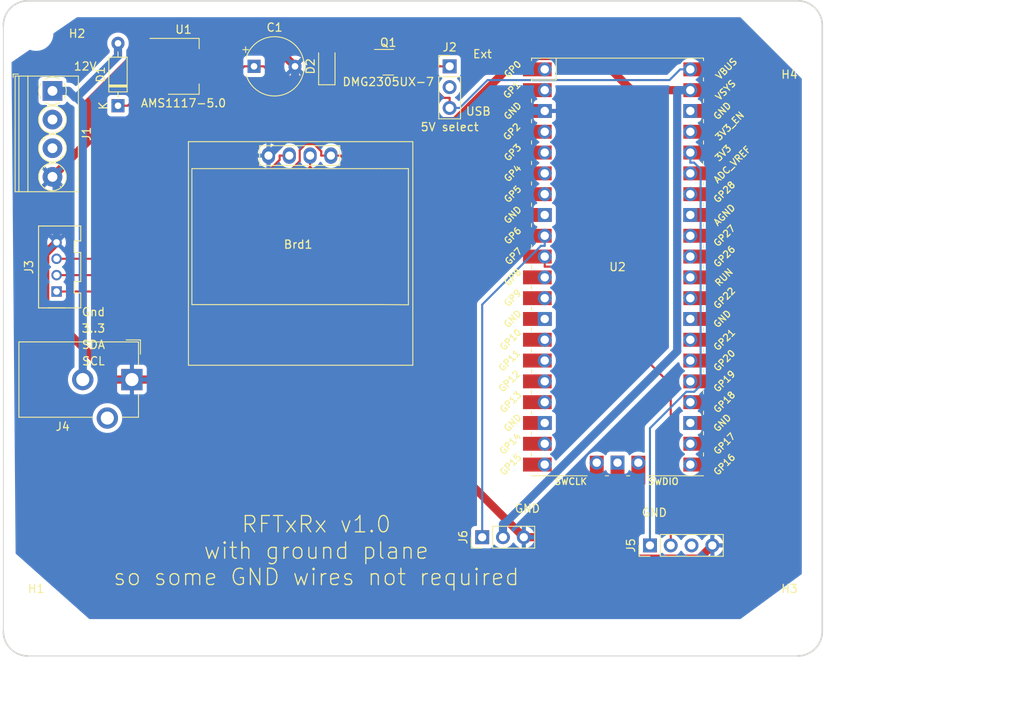
<source format=kicad_pcb>
(kicad_pcb (version 20211014) (generator pcbnew)
  (layers (0 "F.Cu" signal) (31 "B.Cu" signal) (34 "B.Paste" user) (35 "F.Paste" user) (36 "B.SilkS" user "B.Silkscreen") (37 "F.SilkS" user "F.Silkscreen") (38 "B.Mask" user) (39 "F.Mask" user) (44 "Edge.Cuts" user))
  (net 0 "")
  (net 1 "/5V")
  (net 4 "/12V")
  (net 5 "/5Vopt")
  (net 6 "/VBUS")
  (net 7 "/VSYS")
  (net 8 "Net-(J5-Pad2)")
  (net 10 "Net-(J6-Pad1)")
  (net 13 "/+12V")
  (net 45 "/3V3")
  (net 46 "/SDA")
  (net 47 "/SCL")
  (net 48 "Net-(J5-Pad1)")
  (net 49 "GND")
  (footprint "MountingHole:MountingHole_3.2mm_M3" (layer "F.Cu") (at 196 96)
    (fp_text reference "H3" (at 0 -4.2) (layer "F.SilkS"))
    (fp_text value "MountingHole" hide)
    (pad "" np_thru_hole circle (at 0 0) (size 3.2 3.2) (drill 3.2) (layers *.Cu *.Mask))
  )
  (footprint "Package_TO_SOT_SMD:SOT-23" (layer "F.Cu") (at 147 27.5)
    (fp_text reference "Q1" (at 0 -2.4) (layer "F.SilkS"))
    (fp_text value "DMG2305UX-7" (at 0 2.4) (layer "F.SilkS"))
    (fp_line (start 0 -1.56) (end 0.65 -1.56) (layer "F.SilkS") (width 0.12))
    (fp_line (start 0 -1.56) (end -1.675 -1.56) (layer "F.SilkS") (width 0.12))
    (fp_line (start 0 1.56) (end -0.65 1.56) (layer "F.SilkS") (width 0.12))
    (fp_line (start 0 1.56) (end 0.65 1.56) (layer "F.SilkS") (width 0.12))
    (pad "1" smd roundrect (at -0.9375 -0.95) (size 1.475 0.6) (layers "F.Cu" "F.Paste" "F.Mask") (net 6 "/VBUS"))
    (pad "2" smd roundrect (at -0.9375 0.95) (size 1.475 0.6) (layers "F.Cu" "F.Paste" "F.Mask") (net 7 "/VSYS"))
    (pad "3" smd roundrect (at 0.9375 0) (size 1.475 0.6) (layers "F.Cu" "F.Paste" "F.Mask") (net 1 "/5V"))
  )
  (footprint "Connector_PinHeader_2.54mm:PinHeader_1x04_P2.54mm_Vertical" (layer "F.Cu") (at 178.96 86.5 90)
    (fp_text reference "J5" (at 0 -2.33 90) (layer "F.SilkS"))
    (fp_text value "Receiver")
    (fp_line (start -1.33 0) (end -1.33 -1.33) (layer "F.SilkS") (width 0.12))
    (fp_line (start 1.33 1.27) (end 1.33 8.95) (layer "F.SilkS") (width 0.12))
    (fp_line (start -1.33 1.27) (end -1.33 8.95) (layer "F.SilkS") (width 0.12))
    (fp_line (start -1.33 -1.33) (end 0 -1.33) (layer "F.SilkS") (width 0.12))
    (fp_line (start -1.33 8.95) (end 1.33 8.95) (layer "F.SilkS") (width 0.12))
    (fp_line (start -1.33 1.27) (end 1.33 1.27) (layer "F.SilkS") (width 0.12))
    (pad "1" thru_hole rect (at 0 0 90) (size 1.7 1.7) (drill 1) (layers *.Cu *.Mask) (net 48 "Net-(J5-Pad1)"))
    (pad "2" thru_hole oval (at 0 2.54 90) (size 1.7 1.7) (drill 1) (layers *.Cu *.Mask) (net 8 "Net-(J5-Pad2)"))
    (pad "3" thru_hole oval (at 0 5.08 90) (size 1.7 1.7) (drill 1) (layers *.Cu *.Mask))
    (pad "4" thru_hole oval (at 0 7.62 90) (size 1.7 1.7) (drill 1) (layers *.Cu *.Mask) (net 49 "GND"))
  )
  (footprint "SSD1306:128x64OLED" (layer "F.Cu") (at 136 49.5)
    (fp_text reference "Brd1" (at 0 0.254) (layer "F.SilkS"))
    (fp_text value "SSD1306")
    (fp_line (start 5.08 -11.811) (end 5.08 -9.398) (layer "F.SilkS") (width 0.12))
    (fp_line (start -12.978 -9.005) (end 10.122 -9.005) (layer "F.SilkS") (width 0.12))
    (fp_line (start 13.462 7.62) (end 13.462 -9.017) (layer "F.SilkS") (width 0.12))
    (fp_line (start -4.699 -11.811) (end 5.08 -11.811) (layer "F.SilkS") (width 0.12))
    (fp_line (start -12.978 7.595) (end -12.978 -9.005) (layer "F.SilkS") (width 0.12))
    (fp_line (start 13.462 -9.017) (end 13.208 -9.005) (layer "F.SilkS") (width 0.12))
    (fp_line (start 10.122 7.595) (end -12.978 7.595) (layer "F.SilkS") (width 0.12))
    (fp_line (start -4.699 -11.811) (end -4.699 -9.398) (layer "F.SilkS") (width 0.12))
    (fp_line (start -13.4 -12.3) (end 14 -12.3) (layer "F.SilkS") (width 0.12))
    (fp_line (start 10.122 7.595) (end 13.462 7.62) (layer "F.SilkS") (width 0.12))
    (fp_line (start 14 15) (end -13.4 15) (layer "F.SilkS") (width 0.12))
    (fp_line (start 10.122 -9.005) (end 13.208 -9.005) (layer "F.SilkS") (width 0.12))
    (fp_line (start 5.08 -9.398) (end -4.699 -9.398) (layer "F.SilkS") (width 0.12))
    (fp_line (start -13.4 15) (end -13.4 -12.3) (layer "F.SilkS") (width 0.12))
    (fp_line (start 14 -12.3) (end 14 15) (layer "F.SilkS") (width 0.12))
    (pad "1" thru_hole oval (at -3.62 -10.6 90) (size 2 1.6) (drill 1) (layers *.Cu *.Mask) (net 49 "GND"))
    (pad "2" thru_hole oval (at -1.08 -10.6 90) (size 2 1.6) (drill 1) (layers *.Cu *.Mask) (net 45 "/3V3"))
    (pad "3" thru_hole oval (at 1.46 -10.6 90) (size 2 1.6) (drill 1) (layers *.Cu *.Mask) (net 47 "/SCL"))
    (pad "4" thru_hole oval (at 4 -10.6 90) (size 2 1.6) (drill 1) (layers *.Cu *.Mask) (net 46 "/SDA"))
  )
  (footprint "Connector_PinHeader_2.54mm:PinHeader_1x03_P2.54mm_Vertical" (layer "F.Cu") (at 158.475 85.5 90)
    (fp_text reference "J6" (at 0 -2.33 90) (layer "F.SilkS"))
    (fp_text value "Transmitter")
    (fp_line (start 1.33 1.27) (end 1.33 6.41) (layer "F.SilkS") (width 0.12))
    (fp_line (start -1.33 0) (end -1.33 -1.33) (layer "F.SilkS") (width 0.12))
    (fp_line (start -1.33 1.27) (end -1.33 6.41) (layer "F.SilkS") (width 0.12))
    (fp_line (start -1.33 6.41) (end 1.33 6.41) (layer "F.SilkS") (width 0.12))
    (fp_line (start -1.33 1.27) (end 1.33 1.27) (layer "F.SilkS") (width 0.12))
    (fp_line (start -1.33 -1.33) (end 0 -1.33) (layer "F.SilkS") (width 0.12))
    (pad "1" thru_hole rect (at 0 0 90) (size 1.7 1.7) (drill 1) (layers *.Cu *.Mask) (net 10 "Net-(J6-Pad1)"))
    (pad "2" thru_hole oval (at 0 2.54 90) (size 1.7 1.7) (drill 1) (layers *.Cu *.Mask) (net 7 "/VSYS"))
    (pad "3" thru_hole oval (at 0 5.08 90) (size 1.7 1.7) (drill 1) (layers *.Cu *.Mask) (net 49 "GND"))
  )
  (footprint "Diode_THT:D_DO-35_SOD27_P7.62mm_Horizontal" (layer "F.Cu") (at 114 32.81 90)
    (fp_text reference "D1" (at 3.81 -2.12 90) (layer "F.SilkS"))
    (fp_text value "1N4148")
    (fp_text user "K" (at 0 -1.8 90) (layer "F.SilkS"))
    (fp_line (start 5.93 1.12) (end 5.93 -1.12) (layer "F.SilkS") (width 0.12))
    (fp_line (start 5.93 -1.12) (end 1.69 -1.12) (layer "F.SilkS") (width 0.12))
    (fp_line (start 1.69 -1.12) (end 1.69 1.12) (layer "F.SilkS") (width 0.12))
    (fp_line (start 2.29 -1.12) (end 2.29 1.12) (layer "F.SilkS") (width 0.12))
    (fp_line (start 2.53 -1.12) (end 2.53 1.12) (layer "F.SilkS") (width 0.12))
    (fp_line (start 1.69 1.12) (end 5.93 1.12) (layer "F.SilkS") (width 0.12))
    (fp_line (start 1.04 0) (end 1.69 0) (layer "F.SilkS") (width 0.12))
    (fp_line (start 2.41 -1.12) (end 2.41 1.12) (layer "F.SilkS") (width 0.12))
    (fp_line (start 6.58 0) (end 5.93 0) (layer "F.SilkS") (width 0.12))
    (pad "1" thru_hole rect (at 0 0 90) (size 1.6 1.6) (drill 0.8) (layers *.Cu *.Mask) (net 4 "/12V"))
    (pad "2" thru_hole oval (at 7.62 0 90) (size 1.6 1.6) (drill 0.8) (layers *.Cu *.Mask) (net 13 "/+12V"))
  )
  (footprint "OPL_Connector:HW4-2.0" (layer "F.Cu") (at 106.5 52.4982 90)
    (fp_text reference "J3" (at -0.025 -3.375 90) (layer "F.SilkS"))
    (fp_text value "Grove 2mm")
    (fp_line (start -4.99872 -2.19964) (end -4.99872 2.95) (layer "F.SilkS") (width 0.127))
    (fp_line (start -4.99872 -2.19964) (end 4.99872 -2.19964) (layer "F.SilkS") (width 0.127))
    (fp_line (start -3.175 2.95) (end -3.175 2.159) (layer "F.SilkS") (width 0.127))
    (fp_line (start 1.775 2.95) (end 1.775 2.159) (layer "F.SilkS") (width 0.127))
    (fp_line (start 5 2.95) (end 5 -2.19964) (layer "F.SilkS") (width 0.127))
    (fp_line (start -5.00086 2.95) (end -3.2 2.95) (layer "F.SilkS") (width 0.127))
    (fp_line (start 1.778 2.159) (end 3.175 2.159) (layer "F.SilkS") (width 0.127))
    (fp_line (start -1.781 2.95) (end 1.775 2.95) (layer "F.SilkS") (width 0.127))
    (fp_line (start 3.175 2.159) (end 3.175 2.95) (layer "F.SilkS") (width 0.127))
    (fp_line (start -1.778 2.159) (end -1.778 2.95) (layer "F.SilkS") (width 0.127))
    (fp_line (start 3.175 2.95) (end 5 2.95) (layer "F.SilkS") (width 0.127))
    (fp_line (start -4.99872 -0.99822) (end -4.99872 0.99822) (layer "F.SilkS") (width 0.127))
    (fp_line (start -3.175 2.159) (end -1.778 2.159) (layer "F.SilkS") (width 0.127))
    (pad "1" thru_hole rect locked (at -2.99974 0 90) (size 1.27 1.27) (drill 0.79756) (layers *.Cu *.Mask) (net 47 "/SCL"))
    (pad "2" thru_hole circle locked (at -0.99822 0 90) (size 1.27 1.27) (drill 0.79756) (layers *.Cu *.Mask) (net 46 "/SDA"))
    (pad "3" thru_hole circle locked (at 0.99822 0 90) (size 1.27 1.27) (drill 0.79756) (layers *.Cu *.Mask) (net 45 "/3V3"))
    (pad "4" thru_hole circle locked (at 2.99974 0 90) (size 1.27 1.27) (drill 0.79756) (layers *.Cu *.Mask) (net 49 "GND"))
  )
  (footprint "MountingHole:MountingHole_3.2mm_M3" (layer "F.Cu") (at 104 96)
    (fp_text reference "H1" (at 0 -4.2) (layer "F.SilkS"))
    (fp_text value "MountingHole" hide)
    (pad "" np_thru_hole circle (at 0 0) (size 3.2 3.2) (drill 3.2) (layers *.Cu *.Mask))
  )
  (footprint "MountingHole:MountingHole_3.2mm_M3" (layer "F.Cu") (at 196 24)
    (fp_text reference "H4" (at 0 5) (layer "F.SilkS"))
    (fp_text value "MountingHole" hide)
    (pad "" np_thru_hole circle (at 0 0) (size 3.2 3.2) (drill 3.2) (layers *.Cu *.Mask))
  )
  (footprint "MCU_RaspberryPi_and_Boards:RP2040Pico" (layer "F.Cu") (at 175 52.5)
    (fp_text reference "U2" (at 0 0) (layer "F.SilkS"))
    (fp_text value "Pico")
    (fp_text user "GND" (at -12.8 19.05 45) (layer "F.SilkS") (effects (font (size 0.8 0.8))))
    (fp_text user "GND" (at 12.8 -19.05 45) (layer "F.SilkS") (effects (font (size 0.8 0.8))))
    (fp_text user "VSYS" (at 13.2 -21.59 45) (layer "F.SilkS") (effects (font (size 0.8 0.8))))
    (fp_text user "GND" (at 12.8 19.05 45) (layer "F.SilkS") (effects (font (size 0.8 0.8))))
    (fp_text user "GP18" (at 13.054 16.51 45) (layer "F.SilkS") (effects (font (size 0.8 0.8))))
    (fp_text user "GP19" (at 13.054 13.97 45) (layer "F.SilkS") (effects (font (size 0.8 0.8))))
    (fp_text user "GP5" (at -12.8 -8.89 45) (layer "F.SilkS") (effects (font (size 0.8 0.8))))
    (fp_text user "GP20" (at 13.054 11.43 45) (layer "F.SilkS") (effects (font (size 0.8 0.8))))
    (fp_text user "AGND" (at 13.054 -6.35 45) (layer "F.SilkS") (effects (font (size 0.8 0.8))))
    (fp_text user "GP1" (at -12.9 -21.6 45) (layer "F.SilkS") (effects (font (size 0.8 0.8))))
    (fp_text user "GP14" (at -13.1 21.59 45) (layer "F.SilkS") (effects (font (size 0.8 0.8))))
    (fp_text user "GP15" (at -13.054 24.13 45) (layer "F.SilkS") (effects (font (size 0.8 0.8))))
    (fp_text user "RUN" (at 13 1.27 45) (layer "F.SilkS") (effects (font (size 0.8 0.8))))
    (fp_text user "ADC_VREF" (at 14 -12.5 45) (layer "F.SilkS") (effects (font (size 0.8 0.8))))
    (fp_text user "GP28" (at 13.054 -9.144 45) (layer "F.SilkS") (effects (font (size 0.8 0.8))))
    (fp_text user "SWDIO" (at 5.6 26.2) (layer "F.SilkS") (effects (font (size 0.8 0.8))))
    (fp_text user "GP12" (at -13.2 13.97 45) (layer "F.SilkS") (effects (font (size 0.8 0.8))))
    (fp_text user "GP7" (at -12.7 -1.3 45) (layer "F.SilkS") (effects (font (size 0.8 0.8))))
    (fp_text user "GND" (at 12.8 6.35 45) (layer "F.SilkS") (effects (font (size 0.8 0.8))))
    (fp_text user "GND" (at -12.8 6.35 45) (layer "F.SilkS") (effects (font (size 0.8 0.8))))
    (fp_text user "GND" (at -12.8 -6.35 45) (layer "F.SilkS") (effects (font (size 0.8 0.8))))
    (fp_text user "GP26" (at 13.054 -1.27 45) (layer "F.SilkS") (effects (font (size 0.8 0.8))))
    (fp_text user "SWCLK" (at -5.7 26.2) (layer "F.SilkS") (effects (font (size 0.8 0.8))))
    (fp_text user "GP27" (at 13.054 -3.8 45) (layer "F.SilkS") (effects (font (size 0.8 0.8))))
    (fp_text user "GP4" (at -12.8 -11.43 45) (layer "F.SilkS") (effects (font (size 0.8 0.8))))
    (fp_text user "GP16" (at 13.054 24.13 45) (layer "F.SilkS") (effects (font (size 0.8 0.8))))
    (fp_text user "GP11" (at -13.2 11.43 45) (layer "F.SilkS") (effects (font (size 0.8 0.8))))
    (fp_text user "GND" (at -12.8 -19.05 45) (layer "F.SilkS") (effects (font (size 0.8 0.8))))
    (fp_text user "3V3_EN" (at 13.7 -17.2 45) (layer "F.SilkS") (effects (font (size 0.8 0.8))))
    (fp_text user "GP13" (at -13.054 16.51 45) (layer "F.SilkS") (effects (font (size 0.8 0.8))))
    (fp_text user "GP22" (at 13.054 3.81 45) (layer "F.SilkS") (effects (font (size 0.8 0.8))))
    (fp_text user "GP2" (at -12.9 -16.51 45) (layer "F.SilkS") (effects (font (size 0.8 0.8))))
    (fp_text user "GP6" (at -12.8 -3.81 45) (layer "F.SilkS") (effects (font (size 0.8 0.8))))
    (fp_text user "GP8" (at -12.8 1.27 45) (layer "F.SilkS") (effects (font (size 0.8 0.8))))
    (fp_text user "GP9" (at -12.8 3.81 45) (layer "F.SilkS") (effects (font (size 0.8 0.8))))
    (fp_text user "GP10" (at -13.054 8.89 45) (layer "F.SilkS") (effects (font (size 0.8 0.8))))
    (fp_text user "VBUS" (at 13.3 -24.2 45) (layer "F.SilkS") (effects (font (size 0.8 0.8))))
    (fp_text user "3V3" (at 12.9 -13.9 45) (layer "F.SilkS") (effects (font (size 0.8 0.8))))
    (fp_text user "GP21" (at 13.054 8.9 45) (layer "F.SilkS") (effects (font (size 0.8 0.8))))
    (fp_text user "GP0" (at -12.8 -24.13 45) (layer "F.SilkS") (effects (font (size 0.8 0.8))))
    (fp_text user "GP3" (at -12.8 -13.97 45) (layer "F.SilkS") (effects (font (size 0.8 0.8))))
    (fp_text user "GP17" (at 13.054 21.59 45) (layer "F.SilkS") (effects (font (size 0.8 0.8))))
    (fp_line (start -10.5 -25.5) (end -10.5 -25.2) (layer "F.SilkS") (width 0.12))
    (fp_line (start 1.1 25.5) (end 1.5 25.5) (layer "F.SilkS") (width 0.12))
    (fp_line (start -10.5 -12.9) (end -10.5 -12.5) (layer "F.SilkS") (width 0.12))
    (fp_line (start -10.5 -15.4) (end -10.5 -15) (layer "F.SilkS") (width 0.12))
    (fp_line (start -10.5 2.3) (end -10.5 2.7) (layer "F.SilkS") (width 0.12))
    (fp_line (start 10.5 -5.3) (end 10.5 -4.9) (layer "F.SilkS") (width 0.12))
    (fp_line (start 10.5 25.5) (end 3.7 25.5) (layer "F.SilkS") (width 0.12))
    (fp_line (start -10.5 -7.8) (end -10.5 -7.4) (layer "F.SilkS") (width 0.12))
    (fp_line (start 10.5 10) (end 10.5 10.4) (layer "F.SilkS") (width 0.12))
    (fp_line (start 10.5 -18) (end 10.5 -17.6) (layer "F.SilkS") (width 0.12))
    (fp_line (start 10.5 15.1) (end 10.5 15.5) (layer "F.SilkS") (width 0.12))
    (fp_line (start 10.5 4.9) (end 10.5 5.3) (layer "F.SilkS") (width 0.12))
    (fp_line (start -10.5 -25.5) (end 10.5 -25.5) (layer "F.SilkS") (width 0.12))
    (fp_line (start -10.5 7.4) (end -10.5 7.8) (layer "F.SilkS") (width 0.12))
    (fp_line (start 10.5 22.7) (end 10.5 23.1) (layer "F.SilkS") (width 0.12))
    (fp_line (start -10.5 -20.5) (end -10.5 -20.1) (layer "F.SilkS") (width 0.12))
    (fp_line (start -10.5 17.6) (end -10.5 18) (layer "F.SilkS") (width 0.12))
    (fp_line (start 10.5 -2.7) (end 10.5 -2.3) (layer "F.SilkS") (width 0.12))
    (fp_line (start -10.5 -18) (end -10.5 -17.6) (layer "F.SilkS") (width 0.12))
    (fp_line (start 10.5 -0.2) (end 10.5 0.2) (layer "F.SilkS") (width 0.12))
    (fp_line (start 10.5 12.5) (end 10.5 12.9) (layer "F.SilkS") (width 0.12))
    (fp_line (start -1.5 25.5) (end -1.1 25.5) (layer "F.SilkS") (width 0.12))
    (fp_line (start 10.5 7.4) (end 10.5 7.8) (layer "F.SilkS") (width 0.12))
    (fp_line (start 10.5 2.3) (end 10.5 2.7) (layer "F.SilkS") (width 0.12))
    (fp_line (start -7.493 -22.833) (end -7.493 -25.5) (layer "F.SilkS") (width 0.12))
    (fp_line (start 10.5 -25.5) (end 10.5 -25.2) (layer "F.SilkS") (width 0.12))
    (fp_line (start -10.5 22.7) (end -10.5 23.1) (layer "F.SilkS") (width 0.12))
    (fp_line (start 10.5 -20.5) (end 10.5 -20.1) (layer "F.SilkS") (width 0.12))
    (fp_line (start -10.5 -5.3) (end -10.5 -4.9) (layer "F.SilkS") (width 0.12))
    (fp_line (start -10.5 -2.7) (end -10.5 -2.3) (layer "F.SilkS") (width 0.12))
    (fp_line (start -10.5 12.5) (end -10.5 12.9) (layer "F.SilkS") (width 0.12))
    (fp_line (start -10.5 15.1) (end -10.5 15.5) (layer "F.SilkS") (width 0.12))
    (fp_line (start 10.5 17.6) (end 10.5 18) (layer "F.SilkS") (width 0.12))
    (fp_line (start 10.5 -15.4) (end 10.5 -15) (layer "F.SilkS") (width 0.12))
    (fp_line (start -10.5 10) (end -10.5 10.4) (layer "F.SilkS") (width 0.12))
    (fp_line (start 10.5 -23.1) (end 10.5 -22.7) (layer "F.SilkS") (width 0.12))
    (fp_line (start 10.5 -10.4) (end 10.5 -10) (layer "F.SilkS") (width 0.12))
    (fp_line (start -10.5 -23.1) (end -10.5 -22.7) (layer "F.SilkS") (width 0.12))
    (fp_line (start -10.5 -10.4) (end -10.5 -10) (layer "F.SilkS") (width 0.12))
    (fp_line (start -10.5 20.1) (end -10.5 20.5) (layer "F.SilkS") (width 0.12))
    (fp_line (start -10.5 4.9) (end -10.5 5.3) (layer "F.SilkS") (width 0.12))
    (fp_line (start 10.5 -7.8) (end 10.5 -7.4) (layer "F.SilkS") (width 0.12))
    (fp_line (start -10.5 -0.2) (end -10.5 0.2) (layer "F.SilkS") (width 0.12))
    (fp_line (start 10.5 -12.9) (end 10.5 -12.5) (layer "F.SilkS") (width 0.12))
    (fp_line (start -3.7 25.5) (end -10.5 25.5) (layer "F.SilkS") (width 0.12))
    (fp_line (start -10.5 -22.833) (end -7.493 -22.833) (layer "F.SilkS") (width 0.12))
    (fp_line (start 10.5 20.1) (end 10.5 20.5) (layer "F.SilkS") (width 0.12))
    (pad "1" thru_hole oval (at -8.89 -24.13) (size 1.7 1.7) (drill 1.02) (layers *.Cu *.Mask))
    (pad "1" smd rect (at -8.89 -24.13) (size 3.5 1.7) (drill (offset -0.9 0)) (layers "F.Cu" "F.Mask"))
    (pad "2" thru_hole oval (at -8.89 -21.59) (size 1.7 1.7) (drill 1.02) (layers *.Cu *.Mask))
    (pad "2" smd rect (at -8.89 -21.59) (size 3.5 1.7) (drill (offset -0.9 0)) (layers "F.Cu" "F.Mask"))
    (pad "3" smd rect (at -8.89 -19.05) (size 3.5 1.7) (drill (offset -0.9 0)) (layers "F.Cu" "F.Mask") (net 49 "GND"))
    (pad "3" thru_hole rect (at -8.89 -19.05) (size 1.7 1.7) (drill 1.02) (layers *.Cu *.Mask) (net 49 "GND"))
    (pad "4" smd rect (at -8.89 -16.51) (size 3.5 1.7) (drill (offset -0.9 0)) (layers "F.Cu" "F.Mask"))
    (pad "4" thru_hole oval (at -8.89 -16.51) (size 1.7 1.7) (drill 1.02) (layers *.Cu *.Mask))
    (pad "5" smd rect (at -8.89 -13.97) (size 3.5 1.7) (drill (offset -0.9 0)) (layers "F.Cu" "F.Mask"))
    (pad "5" thru_hole oval (at -8.89 -13.97) (size 1.7 1.7) (drill 1.02) (layers *.Cu *.Mask))
    (pad "6" smd rect (at -8.89 -11.43) (size 3.5 1.7) (drill (offset -0.9 0)) (layers "F.Cu" "F.Mask") (net 46 "/SDA"))
    (pad "6" thru_hole oval (at -8.89 -11.43) (size 1.7 1.7) (drill 1.02) (layers *.Cu *.Mask) (net 46 "/SDA"))
    (pad "7" thru_hole oval (at -8.89 -8.89) (size 1.7 1.7) (drill 1.02) (layers *.Cu *.Mask) (net 47 "/SCL"))
    (pad "7" smd rect (at -8.89 -8.89) (size 3.5 1.7) (drill (offset -0.9 0)) (layers "F.Cu" "F.Mask") (net 47 "/SCL"))
    (pad "8" smd rect (at -8.89 -6.35) (size 3.5 1.7) (drill (offset -0.9 0)) (layers "F.Cu" "F.Mask"))
    (pad "8" thru_hole rect (at -8.89 -6.35) (size 1.7 1.7) (drill 1.02) (layers *.Cu *.Mask))
    (pad "9" smd rect (at -8.89 -3.81) (size 3.5 1.7) (drill (offset -0.9 0)) (layers "F.Cu" "F.Mask") (net 10 "Net-(J6-Pad1)"))
    (pad "9" thru_hole oval (at -8.89 -3.81) (size 1.7 1.7) (drill 1.02) (layers *.Cu *.Mask) (net 10 "Net-(J6-Pad1)"))
    (pad "10" smd rect (at -8.89 -1.27) (size 3.5 1.7) (drill (offset -0.9 0)) (layers "F.Cu" "F.Mask") (net 8 "Net-(J5-Pad2)"))
    (pad "10" thru_hole oval (at -8.89 -1.27) (size 1.7 1.7) (drill 1.02) (layers *.Cu *.Mask) (net 8 "Net-(J5-Pad2)"))
    (pad "11" smd rect (at -8.89 1.27) (size 3.5 1.7) (drill (offset -0.9 0)) (layers "F.Cu" "F.Mask"))
    (pad "11" thru_hole oval (at -8.89 1.27) (size 1.7 1.7) (drill 1.02) (layers *.Cu *.Mask))
    (pad "12" thru_hole oval (at -8.89 3.81) (size 1.7 1.7) (drill 1.02) (layers *.Cu *.Mask))
    (pad "12" smd rect (at -8.89 3.81) (size 3.5 1.7) (drill (offset -0.9 0)) (layers "F.Cu" "F.Mask"))
    (pad "13" smd rect (at -8.89 6.35) (size 3.5 1.7) (drill (offset -0.9 0)) (layers "F.Cu" "F.Mask"))
    (pad "13" thru_hole rect (at -8.89 6.35) (size 1.7 1.7) (drill 1.02) (layers *.Cu *.Mask))
    (pad "14" thru_hole oval (at -8.89 8.89) (size 1.7 1.7) (drill 1.02) (layers *.Cu *.Mask))
    (pad "14" smd rect (at -8.89 8.89) (size 3.5 1.7) (drill (offset -0.9 0)) (layers "F.Cu" "F.Mask"))
    (pad "15" thru_hole oval (at -8.89 11.43) (size 1.7 1.7) (drill 1.02) (layers *.Cu *.Mask))
    (pad "15" smd rect (at -8.89 11.43) (size 3.5 1.7) (drill (offset -0.9 0)) (layers "F.Cu" "F.Mask"))
    (pad "16" thru_hole oval (at -8.89 13.97) (size 1.7 1.7) (drill 1.02) (layers *.Cu *.Mask))
    (pad "16" smd rect (at -8.89 13.97) (size 3.5 1.7) (drill (offset -0.9 0)) (layers "F.Cu" "F.Mask"))
    (pad "17" smd rect (at -8.89 16.51) (size 3.5 1.7) (drill (offset -0.9 0)) (layers "F.Cu" "F.Mask"))
    (pad "17" thru_hole oval (at -8.89 16.51) (size 1.7 1.7) (drill 1.02) (layers *.Cu *.Mask))
    (pad "18" smd rect (at -8.89 19.05) (size 3.5 1.7) (drill (offset -0.9 0)) (layers "F.Cu" "F.Mask"))
    (pad "18" thru_hole rect (at -8.89 19.05) (size 1.7 1.7) (drill 1.02) (layers *.Cu *.Mask))
    (pad "19" thru_hole oval (at -8.89 21.59) (size 1.7 1.7) (drill 1.02) (layers *.Cu *.Mask))
    (pad "19" smd rect (at -8.89 21.59) (size 3.5 1.7) (drill (offset -0.9 0)) (layers "F.Cu" "F.Mask"))
    (pad "20" smd rect (at -8.89 24.13) (size 3.5 1.7) (drill (offset -0.9 0)) (layers "F.Cu" "F.Mask"))
    (pad "20" thru_hole oval (at -8.89 24.13) (size 1.7 1.7) (drill 1.02) (layers *.Cu *.Mask))
    (pad "21" smd rect (at 8.89 24.13) (size 3.5 1.7) (drill (offset 0.9 0)) (layers "F.Cu" "F.Mask"))
    (pad "21" thru_hole oval (at 8.89 24.13) (size 1.7 1.7) (drill 1.02) (layers *.Cu *.Mask))
    (pad "22" thru_hole oval (at 8.89 21.59) (size 1.7 1.7) (drill 1.02) (layers *.Cu *.Mask))
    (pad "22" smd rect (at 8.89 21.59) (size 3.5 1.7) (drill (offset 0.9 0)) (layers "F.Cu" "F.Mask"))
    (pad "23" smd rect (at 8.89 19.05) (size 3.5 1.7) (drill (offset 0.9 0)) (layers "F.Cu" "F.Mask"))
    (pad "23" thru_hole rect (at 8.89 19.05) (size 1.7 1.7) (drill 1.02) (layers *.Cu *.Mask))
    (pad "24" smd rect (at 8.89 16.51) (size 3.5 1.7) (drill (offset 0.9 0)) (layers "F.Cu" "F.Mask"))
    (pad "24" thru_hole oval (at 8.89 16.51) (size 1.7 1.7) (drill 1.02) (layers *.Cu *.Mask))
    (pad "25" smd rect (at 8.89 13.97) (size 3.5 1.7) (drill (offset 0.9 0)) (layers "F.Cu" "F.Mask"))
    (pad "25" thru_hole oval (at 8.89 13.97) (size 1.7 1.7) (drill 1.02) (layers *.Cu *.Mask))
    (pad "26" smd rect (at 8.89 11.43) (size 3.5 1.7) (drill (offset 0.9 0)) (layers "F.Cu" "F.Mask"))
    (pad "26" thru_hole oval (at 8.89 11.43) (size 1.7 1.7) (drill 1.02) (layers *.Cu *.Mask))
    (pad "27" smd rect (at 8.89 8.89) (size 3.5 1.7) (drill (offset 0.9 0)) (layers "F.Cu" "F.Mask"))
    (pad "27" thru_hole oval (at 8.89 8.89) (size 1.7 1.7) (drill 1.02) (layers *.Cu *.Mask))
    (pad "28" thru_hole rect (at 8.89 6.35) (size 1.7 1.7) (drill 1.02) (layers *.Cu *.Mask))
    (pad "28" smd rect (at 8.89 6.35) (size 3.5 1.7) (drill (offset 0.9 0)) (layers "F.Cu" "F.Mask"))
    (pad "29" smd rect (at 8.89 3.81) (size 3.5 1.7) (drill (offset 0.9 0)) (layers "F.Cu" "F.Mask"))
    (pad "29" thru_hole oval (at 8.89 3.81) (size 1.7 1.7) (drill 1.02) (layers *.Cu *.Mask))
    (pad "30" thru_hole oval (at 8.89 1.27) (size 1.7 1.7) (drill 1.02) (layers *.Cu *.Mask))
    (pad "30" smd rect (at 8.89 1.27) (size 3.5 1.7) (drill (offset 0.9 0)) (layers "F.Cu" "F.Mask"))
    (pad "31" smd rect (at 8.89 -1.27) (size 3.5 1.7) (drill (offset 0.9 0)) (layers "F.Cu" "F.Mask"))
    (pad "31" thru_hole oval (at 8.89 -1.27) (size 1.7 1.7) (drill 1.02) (layers *.Cu *.Mask))
    (pad "32" smd rect (at 8.89 -3.81) (size 3.5 1.7) (drill (offset 0.9 0)) (layers "F.Cu" "F.Mask"))
    (pad "32" thru_hole oval (at 8.89 -3.81) (size 1.7 1.7) (drill 1.02) (layers *.Cu *.Mask))
    (pad "33" thru_hole rect (at 8.89 -6.35) (size 1.7 1.7) (drill 1.02) (layers *.Cu *.Mask))
    (pad "33" smd rect (at 8.89 -6.35) (size 3.5 1.7) (drill (offset 0.9 0)) (layers "F.Cu" "F.Mask"))
    (pad "34" smd rect (at 8.89 -8.89) (size 3.5 1.7) (drill (offset 0.9 0)) (layers "F.Cu" "F.Mask"))
    (pad "34" thru_hole oval (at 8.89 -8.89) (size 1.7 1.7) (drill 1.02) (layers *.Cu *.Mask))
    (pad "35" thru_hole oval (at 8.89 -11.43) (size 1.7 1.7) (drill 1.02) (layers *.Cu *.Mask))
    (pad "35" smd rect (at 8.89 -11.43) (size 3.5 1.7) (drill (offset 0.9 0)) (layers "F.Cu" "F.Mask"))
    (pad "36" thru_hole oval (at 8.89 -13.97) (size 1.7 1.7) (drill 1.02) (layers *.Cu *.Mask) (net 48 "Net-(J5-Pad1)"))
    (pad "36" smd rect (at 8.89 -13.97) (size 3.5 1.7) (drill (offset 0.9 0)) (layers "F.Cu" "F.Mask") (net 48 "Net-(J5-Pad1)"))
    (pad "37" thru_hole oval (at 8.89 -16.51) (size 1.7 1.7) (drill 1.02) (layers *.Cu *.Mask))
    (pad "37" smd rect (at 8.89 -16.51) (size 3.5 1.7) (drill (offset 0.9 0)) (layers "F.Cu" "F.Mask"))
    (pad "38" thru_hole rect (at 8.89 -19.05) (size 1.7 1.7) (drill 1.02) (layers *.Cu *.Mask))
    (pad "38" smd rect (at 8.89 -19.05) (size 3.5 1.7) (drill (offset 0.9 0)) (layers "F.Cu" "F.Mask"))
    (pad "39" smd rect (at 8.89 -21.59) (size 3.5 1.7) (drill (offset 0.9 0)) (layers "F.Cu" "F.Mask") (net 7 "/VSYS"))
    (pad "39" thru_hole oval (at 8.89 -21.59) (size 1.7 1.7) (drill 1.02) (layers *.Cu *.Mask) (net 7 "/VSYS"))
    (pad "40" smd rect (at 8.89 -24.13) (size 3.5 1.7) (drill (offset 0.9 0)) (layers "F.Cu" "F.Mask") (net 6 "/VBUS"))
    (pad "40" thru_hole oval (at 8.89 -24.13) (size 1.7 1.7) (drill 1.02) (layers *.Cu *.Mask) (net 6 "/VBUS"))
    (pad "41" smd rect (at -2.54 23.9 90) (size 3.5 1.7) (drill (offset -0.9 0)) (layers "F.Cu" "F.Mask"))
    (pad "41" thru_hole oval (at -2.54 23.9) (size 1.7 1.7) (drill 1.02) (layers *.Cu *.Mask))
    (pad "42" smd rect (at 0 23.9 90) (size 3.5 1.7) (drill (offset -0.9 0)) (layers "F.Cu" "F.Mask"))
    (pad "42" thru_hole rect (at 0 23.9) (size 1.7 1.7) (drill 1.02) (layers *.Cu *.Mask))
    (pad "43" smd rect (at 2.54 23.9 90) (size 3.5 1.7) (drill (offset -0.9 0)) (layers "F.Cu" "F.Mask"))
    (pad "43" thru_hole oval (at 2.54 23.9) (size 1.7 1.7) (drill 1.02) (layers *.Cu *.Mask))
  )
  (footprint "MountingHole:MountingHole_3.2mm_M3" (layer "F.Cu") (at 104 24)
    (fp_text reference "H2" (at 5 0) (layer "F.SilkS"))
    (fp_text value "MountingHole" hide)
    (pad "" np_thru_hole circle (at 0 0) (size 3.2 3.2) (drill 3.2) (layers F&B.Cu *.Mask))
  )
  (footprint "Connector_BarrelJack:BarrelJack_CUI_PJ-102AH_Horizontal" (layer "F.Cu") (at 115.7 66.25 -90)
    (fp_text reference "J4" (at 5.75 8.45) (layer "F.SilkS"))
    (fp_text value "Barrel_Jack")
    (fp_line (start 4.6 4.8) (end 4.6 13.8) (layer "F.SilkS") (width 0.12))
    (fp_line (start 1.8 -0.8) (end 4.6 -0.8) (layer "F.SilkS") (width 0.12))
    (fp_line (start 4.6 13.8) (end -4.6 13.8) (layer "F.SilkS") (width 0.12))
    (fp_line (start -4.6 -0.8) (end -1.8 -0.8) (layer "F.SilkS") (width 0.12))
    (fp_line (start -4.84 -1.04) (end -3.1 -1.04) (layer "F.SilkS") (width 0.12))
    (fp_line (start 4.6 -0.8) (end 4.6 1.2) (layer "F.SilkS") (width 0.12))
    (fp_line (start -4.6 13.8) (end -4.6 -0.8) (layer "F.SilkS") (width 0.12))
    (fp_line (start -4.84 0.7) (end -4.84 -1.04) (layer "F.SilkS") (width 0.12))
    (pad "1" thru_hole rect (at 0 0 270) (size 2.6 2.6) (drill 1.6) (layers *.Cu *.Mask) (net 49 "GND"))
    (pad "2" thru_hole circle (at 0 6 270) (size 2.6 2.6) (drill 1.6) (layers *.Cu *.Mask) (net 13 "/+12V"))
    (pad "3" thru_hole circle (at 4.7 3 270) (size 2.6 2.6) (drill 1.6) (layers *.Cu *.Mask))
  )
  (footprint "Capacitor_THT:CP_Radial_Tantal_D7.0mm_P5.00mm" (layer "F.Cu") (at 130.6147 28)
    (fp_text reference "C1" (at 2.5 -4.75) (layer "F.SilkS"))
    (fp_text value "22uF")
    (fp_line (start -1.024723 -2.385) (end -1.024723 -1.685) (layer "F.SilkS") (width 0.12))
    (fp_line (start -1.374723 -2.035) (end -0.674723 -2.035) (layer "F.SilkS") (width 0.12))
    (fp_arc (start -0.961329 -1.06) (mid 6.12 0) (end -0.961329 1.06) (layer "F.SilkS") (width 0.12))
    (pad "1" thru_hole rect (at 0 0) (size 1.6 1.6) (drill 0.8) (layers *.Cu *.Mask) (net 1 "/5V"))
    (pad "2" thru_hole circle (at 5 0) (size 1.6 1.6) (drill 0.8) (layers *.Cu *.Mask) (net 49 "GND"))
  )
  (footprint "Connector_PinHeader_2.54mm:PinHeader_1x03_P2.54mm_Vertical" (layer "F.Cu") (at 154.5 28)
    (fp_text reference "J2" (at 0 -2.33) (layer "F.SilkS"))
    (fp_text value "5V select" (at 0 7.41) (layer "F.SilkS"))
    (fp_line (start -1.33 1.27) (end 1.33 1.27) (layer "F.SilkS") (width 0.12))
    (fp_line (start -1.33 -1.33) (end 0 -1.33) (layer "F.SilkS") (width 0.12))
    (fp_line (start 1.33 1.27) (end 1.33 6.41) (layer "F.SilkS") (width 0.12))
    (fp_line (start -1.33 1.27) (end -1.33 6.41) (layer "F.SilkS") (width 0.12))
    (fp_line (start -1.33 6.41) (end 1.33 6.41) (layer "F.SilkS") (width 0.12))
    (fp_line (start -1.33 0) (end -1.33 -1.33) (layer "F.SilkS") (width 0.12))
    (pad "1" thru_hole rect (at 0 0) (size 1.7 1.7) (drill 1) (layers *.Cu *.Mask) (net 1 "/5V"))
    (pad "2" thru_hole oval (at 0 2.54) (size 1.7 1.7) (drill 1) (layers *.Cu *.Mask) (net 5 "/5Vopt"))
    (pad "3" thru_hole oval (at 0 5.08) (size 1.7 1.7) (drill 1) (layers *.Cu *.Mask) (net 6 "/VBUS"))
  )
  (footprint "Package_TO_SOT_SMD:SOT-223-3_TabPin2" (layer "F.Cu") (at 122 28)
    (fp_text reference "U1" (at 0 -4.5) (layer "F.SilkS"))
    (fp_text value "AMS1117-5.0" (at 0 4.5) (layer "F.SilkS"))
    (fp_line (start 1.91 -3.41) (end 1.91 -2.15) (layer "F.SilkS") (width 0.12))
    (fp_line (start -4.1 -3.41) (end 1.91 -3.41) (layer "F.SilkS") (width 0.12))
    (fp_line (start -1.85 3.41) (end 1.91 3.41) (layer "F.SilkS") (width 0.12))
    (fp_line (start 1.91 3.41) (end 1.91 2.15) (layer "F.SilkS") (width 0.12))
    (pad "1" smd rect (at -3.15 -2.3) (size 2 1.5) (layers "F.Cu" "F.Paste" "F.Mask") (net 49 "GND"))
    (pad "2" smd rect (at -3.15 0) (size 2 1.5) (layers "F.Cu" "F.Paste" "F.Mask") (net 1 "/5V"))
    (pad "2" smd rect (at 3.15 0) (size 2 3.8) (layers "F.Cu" "F.Paste" "F.Mask") (net 1 "/5V"))
    (pad "3" smd rect (at -3.15 2.3) (size 2 1.5) (layers "F.Cu" "F.Paste" "F.Mask") (net 4 "/12V"))
  )
  (footprint "TerminalBlock_Phoenix:TerminalBlock_Phoenix_PT-1,5-4-3.5-H_1x04_P3.50mm_Horizontal" (layer "F.Cu") (at 106 31 -90)
    (fp_text reference "J1" (at 5.25 -4.16 -90) (layer "F.SilkS"))
    (fp_text value "3.50 CBUS ")
    (fp_line (start 2.355 0.941) (end 2.226 1.069) (layer "F.SilkS") (width 0.12))
    (fp_line (start 6.025 1.181) (end 5.931 1.274) (layer "F.SilkS") (width 0.12))
    (fp_line (start -1.81 -3.16) (end 12.31 -3.16) (layer "F.SilkS") (width 0.12))
    (fp_line (start 11.57 -1.275) (end 11.476 -1.181) (layer "F.SilkS") (width 0.12))
    (fp_line (start 9.525 1.181) (end 9.431 1.274) (layer "F.SilkS") (width 0.12))
    (fp_line (start 9.355 0.941) (end 9.226 1.069) (layer "F.SilkS") (width 0.12))
    (fp_line (start 5.855 0.941) (end 5.726 1.069) (layer "F.SilkS") (width 0.12))
    (fp_line (start -2.05 4.8) (end -1.65 4.8) (layer "F.SilkS") (width 0.12))
    (fp_line (start 4.775 -1.069) (end 4.646 -0.941) (layer "F.SilkS") (width 0.12))
    (fp_line (start 12.31 -3.16) (end 12.31 4.56) (layer "F.SilkS") (width 0.12))
    (fp_line (start 2.525 1.181) (end 2.431 1.274) (layer "F.SilkS") (width 0.12))
    (fp_line (start -1.81 4.1) (end 12.31 4.1) (layer "F.SilkS") (width 0.12))
    (fp_line (start 8.07 -1.275) (end 7.976 -1.181) (layer "F.SilkS") (width 0.12))
    (fp_line (start -1.81 3) (end 12.31 3) (layer "F.SilkS") (width 0.12))
    (fp_line (start -1.81 4.56) (end 12.31 4.56) (layer "F.SilkS") (width 0.12))
    (fp_line (start 11.775 -1.069) (end 11.646 -0.941) (layer "F.SilkS") (width 0.12))
    (fp_line (start -1.81 -3.16) (end -1.81 4.56) (layer "F.SilkS") (width 0.12))
    (fp_line (start -2.05 4.16) (end -2.05 4.8) (layer "F.SilkS") (width 0.12))
    (fp_line (start 4.57 -1.275) (end 4.476 -1.181) (layer "F.SilkS") (width 0.12))
    (fp_line (start 8.275 -1.069) (end 8.146 -0.941) (layer "F.SilkS") (width 0.12))
    (fp_arc (start -0.889894 -1.425358) (mid -0.014012 -1.680286) (end 0.866 -1.44) (layer "F.SilkS") (width 0.12))
    (fp_arc (start 0.028674 1.680099) (mid -0.435535 1.622918) (end -0.866 1.44) (layer "F.SilkS") (width 0.12))
    (fp_arc (start -1.425358 0.889894) (mid -1.680286 0.014012) (end -1.44 -0.866) (layer "F.SilkS") (width 0.12))
    (fp_arc (start 0.890264 1.424721) (mid 0.463071 1.61492) (end 0 1.68) (layer "F.SilkS") (width 0.12))
    (fp_arc (start 1.425504 -0.890193) (mid 1.680626 0.000476) (end 1.425 0.891) (layer "F.SilkS") (width 0.12))
    (fp_circle (center 10.5 0) (end 12.18 0) (layer "F.SilkS") (width 0.12) (fill none))
    (fp_circle (center 3.5 0) (end 5.18 0) (layer "F.SilkS") (width 0.12) (fill none))
    (fp_circle (center 7 0) (end 8.68 0) (layer "F.SilkS") (width 0.12) (fill none))
    (pad "1" thru_hole rect (at 0 0 270) (size 2.4 2.4) (drill 1.2) (layers *.Cu *.Mask) (net 13 "/+12V"))
    (pad "2" thru_hole circle (at 3.5 0 270) (size 2.4 2.4) (drill 1.2) (layers *.Cu *.Mask))
    (pad "3" thru_hole circle (at 7 0 270) (size 2.4 2.4) (drill 1.2) (layers *.Cu *.Mask))
    (pad "4" thru_hole circle (at 10.5 0 270) (size 2.4 2.4) (drill 1.2) (layers *.Cu *.Mask) (net 49 "GND"))
  )
  (footprint "Diode_SMD:D_SOD-123" (layer "F.Cu") (at 139.5 28 90)
    (fp_text reference "D2" (at 0 -2 90) (layer "F.SilkS"))
    (fp_text value "CUS05540")
    (fp_line (start -2.25 -1) (end -2.25 1) (layer "F.SilkS") (width 0.12))
    (fp_line (start -2.25 -1) (end 1.65 -1) (layer "F.SilkS") (width 0.12))
    (fp_line (start -2.25 1) (end 1.65 1) (layer "F.SilkS") (width 0.12))
    (pad "1" smd rect (at -1.65 0 90) (size 0.9 1.2) (layers "F.Cu" "F.Paste" "F.Mask") (net 7 "/VSYS"))
    (pad "2" smd rect (at 1.65 0 90) (size 0.9 1.2) (layers "F.Cu" "F.Paste" "F.Mask") (net 1 "/5V"))
  )
  (gr_line (start 197 20) (end 103 20) (layer "Edge.Cuts") (width 0.2))
  (gr_arc (start 197 20) (mid 199.12132 20.87868) (end 200 23) (layer "Edge.Cuts") (width 0.2))
  (gr_line (start 103 100) (end 197 100) (layer "Edge.Cuts") (width 0.1))
  (gr_arc (start 200 97) (mid 199.12132 99.12132) (end 197 100) (layer "Edge.Cuts") (width 0.2))
  (gr_arc (start 103 100) (mid 100.87868 99.12132) (end 100 97) (layer "Edge.Cuts") (width 0.2))
  (gr_line (start 200 23) (end 200 97) (layer "Edge.Cuts") (width 0.2))
  (gr_arc (start 100 23) (mid 100.87868 20.87868) (end 103 20) (layer "Edge.Cuts") (width 0.2))
  (gr_line (start 100 23) (end 100 97) (layer "Edge.Cuts") (width 0.1))
  (gr_text "3..3\n" (at 111 60) (layer "F.SilkS") (effects (font (size 1 1))))
  (gr_text "USB\n" (at 158 33.5) (layer "F.SilkS") (effects (font (size 1 1))))
  (gr_text "Ext" (at 158.5 26.5) (layer "F.SilkS") (effects (font (size 1 1))))
  (gr_text "RFTxRx v1.0\nwith ground plane\nso some GND wires not required\n" (at 138.2172 87.14837) (layer "F.SilkS") (effects (font (size 2 2))))
  (gr_text "GND" (at 179.5 82.5) (layer "F.SilkS") (effects (font (size 1 1))))
  (gr_text "GND\n" (at 164 82) (layer "F.SilkS") (effects (font (size 1 1))))
  (gr_text "SDA" (at 111 62) (layer "F.SilkS") (effects (font (size 1 1))))
  (gr_text "Gnd\n" (at 111 58) (layer "F.SilkS") (effects (font (size 1 1))))
  (gr_text "12V" (at 110 28) (layer "F.SilkS") (effects (font (size 1 1))))
  (gr_text "SCL" (at 111 64) (layer "F.SilkS") (effects (font (size 1 1))))
  (segment (start 144.9432 26.7655) (end 144.9432 26.9263) (width 0.254) (layer "F.Cu") (net 1))
  (segment (start 118.85 28) (end 120.2311 28) (width 0.254) (layer "F.Cu") (net 1))
  (segment (start 144.9432 26.9263) (end 145.5169 27.5) (width 0.254) (layer "F.Cu") (net 1))
  (segment (start 139.5 26.7655) (end 144.9432 26.7655) (width 0.254) (layer "F.Cu") (net 1))
  (segment (start 125.15 28.1778) (end 125.15 28.3557) (width 0.254) (layer "F.Cu") (net 1))
  (segment (start 144.9432 26.1618) (end 144.9432 26.7655) (width 0.254) (layer "F.Cu") (net 1))
  (segment (start 145.2384 25.8666) (end 144.9432 26.1618) (width 0.254) (layer "F.Cu") (net 1))
  (segment (start 153.2689 28) (end 151.1355 25.8666) (width 0.254) (layer "F.Cu") (net 1))
  (segment (start 145.5169 27.5) (end 147.9375 27.5) (width 0.254) (layer "F.Cu") (net 1))
  (segment (start 139.5 26.35) (end 139.5 26.7655) (width 0.254) (layer "F.Cu") (net 1))
  (segment (start 151.1355 25.8666) (end 145.2384 25.8666) (width 0.254) (layer "F.Cu") (net 1))
  (segment (start 129.0779 28.3557) (end 129.4336 28) (width 0.254) (layer "F.Cu") (net 1))
  (segment (start 131.7958 28) (end 133.031 29.2352) (width 0.254) (layer "F.Cu") (net 1))
  (segment (start 154.5 28) (end 153.2689 28) (width 0.254) (layer "F.Cu") (net 1))
  (segment (start 137.4459 29.2352) (end 139.5 27.1811) (width 0.254) (layer "F.Cu") (net 1))
  (segment (start 125.15 28.3557) (end 129.0779 28.3557) (width 0.254) (layer "F.Cu") (net 1))
  (segment (start 125.15 28.1778) (end 120.4089 28.1778) (width 0.254) (layer "F.Cu") (net 1))
  (segment (start 120.4089 28.1778) (end 120.2311 28) (width 0.254) (layer "F.Cu") (net 1))
  (segment (start 125.15 28) (end 125.15 28.1778) (width 0.254) (layer "F.Cu") (net 1))
  (segment (start 133.031 29.2352) (end 137.4459 29.2352) (width 0.254) (layer "F.Cu") (net 1))
  (segment (start 130.6147 28) (end 129.4336 28) (width 0.254) (layer "F.Cu") (net 1))
  (segment (start 139.5 26.7655) (end 139.5 27.1811) (width 0.254) (layer "F.Cu") (net 1))
  (segment (start 130.6147 28) (end 131.7958 28) (width 0.254) (layer "F.Cu") (net 1))
  (segment (start 118.85 30.3) (end 117.4689 30.3) (width 0.254) (layer "F.Cu") (net 4))
  (segment (start 114 32.81) (end 115.1811 32.81) (width 0.254) (layer "F.Cu") (net 4))
  (segment (start 117.4689 30.5222) (end 115.1811 32.81) (width 0.254) (layer "F.Cu") (net 4))
  (segment (start 117.4689 30.3) (end 117.4689 30.5222) (width 0.254) (layer "F.Cu") (net 4))
  (segment (start 148.4883 26.55) (end 146.0625 26.55) (width 0.254) (layer "F.Cu") (net 6))
  (segment (start 154.5 31.8489) (end 153.7872 31.8489) (width 0.254) (layer "F.Cu") (net 6))
  (segment (start 154.5 33.08) (end 154.5 31.8489) (width 0.254) (layer "F.Cu") (net 6))
  (segment (start 153.7872 31.8489) (end 148.4883 26.55) (width 0.254) (layer "F.Cu") (net 6))
  (segment (start 181.3501 29.6788) (end 182.6589 28.37) (width 0.254) (layer "B.Cu") (net 6))
  (segment (start 155.7311 33.08) (end 159.1323 29.6788) (width 0.254) (layer "B.Cu") (net 6))
  (segment (start 159.1323 29.6788) (end 181.3501 29.6788) (width 0.254) (layer "B.Cu") (net 6))
  (segment (start 183.89 28.37) (end 182.6589 28.37) (width 0.254) (layer "B.Cu") (net 6))
  (segment (start 154.5 33.08) (end 155.7311 33.08) (width 0.254) (layer "B.Cu") (net 6))
  (segment (start 144.8625 29.65) (end 146.0625 28.45) (width 1) (layer "F.Cu") (net 7))
  (segment (start 172.5428 26.7372) (end 163.1115 26.7372) (width 1) (layer "F.Cu") (net 7))
  (segment (start 163.1115 26.7372) (end 155.1589 34.6898) (width 1) (layer "F.Cu") (net 7))
  (segment (start 183.89 30.91) (end 176.7156 30.91) (width 1) (layer "F.Cu") (net 7))
  (segment (start 155.1589 34.6898) (end 152.3023 34.6898) (width 1) (layer "F.Cu") (net 7))
  (segment (start 139.5 29.65) (end 144.8625 29.65) (width 1) (layer "F.Cu") (net 7))
  (segment (start 152.3023 34.6898) (end 146.0625 28.45) (width 1) (layer "F.Cu") (net 7))
  (segment (start 176.7156 30.91) (end 172.5428 26.7372) (width 1) (layer "F.Cu") (net 7))
  (segment (start 182.2859 62.7912) (end 161.1812 83.8959) (width 1) (layer "B.Cu") (net 7))
  (segment (start 183.89 30.91) (end 182.2859 30.91) (width 1) (layer "B.Cu") (net 7))
  (segment (start 161.015 85.5) (end 161.015 83.8959) (width 1) (layer "B.Cu") (net 7))
  (segment (start 161.1812 83.8959) (end 161.015 83.8959) (width 1) (layer "B.Cu") (net 7))
  (segment (start 182.2859 30.91) (end 182.2859 62.7912) (width 1) (layer "B.Cu") (net 7))
  (segment (start 166.11 52.4611) (end 167.1103 52.4611) (width 0.254) (layer "F.Cu") (net 8))
  (segment (start 181.5 66.8508) (end 181.5 86.5) (width 0.254) (layer "F.Cu") (net 8))
  (segment (start 166.11 51.23) (end 166.11 52.4611) (width 0.254) (layer "F.Cu") (net 8))
  (segment (start 167.1103 52.4611) (end 181.5 66.8508) (width 0.254) (layer "F.Cu") (net 8))
  (segment (start 165.6483 49.9211) (end 158.475 57.0944) (width 0.254) (layer "B.Cu") (net 10))
  (segment (start 166.11 48.69) (end 166.11 49.9211) (width 0.254) (layer "B.Cu") (net 10))
  (segment (start 158.475 57.0944) (end 158.475 85.5) (width 0.254) (layer "B.Cu") (net 10))
  (segment (start 166.11 49.9211) (end 165.6483 49.9211) (width 0.254) (layer "B.Cu") (net 10))
  (segment (start 108.9365 31.8076) (end 108.7617 31.8076) (width 1) (layer "B.Cu") (net 13))
  (segment (start 108.7617 31.8076) (end 107.9541 31) (width 1) (layer "B.Cu") (net 13))
  (segment (start 114 25.19) (end 114 26.7441) (width 1) (layer "B.Cu") (net 13))
  (segment (start 109.7 32.5711) (end 108.9365 31.8076) (width 1) (layer "B.Cu") (net 13))
  (segment (start 108.9365 31.8076) (end 114 26.7441) (width 1) (layer "B.Cu") (net 13))
  (segment (start 109.7 66.25) (end 109.7 32.5711) (width 1) (layer "B.Cu") (net 13))
  (segment (start 106 31) (end 107.9541 31) (width 1) (layer "B.Cu") (net 13))
  (segment (start 121.656 51.5) (end 106.5 51.5) (width 0.254) (layer "F.Cu") (net 45))
  (segment (start 133.7389 38.9) (end 133.7389 39.4171) (width 0.254) (layer "F.Cu") (net 45))
  (segment (start 134.92 38.9) (end 133.7389 38.9) (width 0.254) (layer "F.Cu") (net 45))
  (segment (start 133.7389 39.4171) (end 121.656 51.5) (width 0.254) (layer "F.Cu") (net 45))
  (segment (start 140 38.9) (end 138.8189 38.9) (width 0.254) (layer "F.Cu") (net 46))
  (segment (start 138.8189 38.9) (end 138.8189 38.3833) (width 0.254) (layer "F.Cu") (net 46))
  (segment (start 136.9456 37.4746) (end 136.19 38.2302) (width 0.254) (layer "F.Cu") (net 46))
  (segment (start 138.8189 38.3833) (end 137.9102 37.4746) (width 0.254) (layer "F.Cu") (net 46))
  (segment (start 143.3511 41.07) (end 141.1811 38.9) (width 0.254) (layer "F.Cu") (net 46))
  (segment (start 122.2648 53.4964) (end 106.5 53.4964) (width 0.254) (layer "F.Cu") (net 46))
  (segment (start 166.11 41.07) (end 143.3511 41.07) (width 0.254) (layer "F.Cu") (net 46))
  (segment (start 136.19 38.2302) (end 136.19 39.5712) (width 0.254) (layer "F.Cu") (net 46))
  (segment (start 140 38.9) (end 141.1811 38.9) (width 0.254) (layer "F.Cu") (net 46))
  (segment (start 137.9102 37.4746) (end 136.9456 37.4746) (width 0.254) (layer "F.Cu") (net 46))
  (segment (start 136.19 39.5712) (end 122.2648 53.4964) (width 0.254) (layer "F.Cu") (net 46))
  (segment (start 166.11 43.61) (end 140.7889 43.61) (width 0.254) (layer "F.Cu") (net 47))
  (segment (start 106.5 55.4979) (end 122.2432 55.4979) (width 0.254) (layer "F.Cu") (net 47))
  (segment (start 137.46 38.9) (end 137.46 40.2811) (width 0.254) (layer "F.Cu") (net 47))
  (segment (start 140.7889 43.61) (end 137.46 40.2811) (width 0.254) (layer "F.Cu") (net 47))
  (segment (start 122.2432 55.4979) (end 137.46 40.2811) (width 0.254) (layer "F.Cu") (net 47))
  (segment (start 183.89 38.53) (end 183.89 39.7611) (width 0.254) (layer "B.Cu") (net 48))
  (segment (start 185.1463 40.5557) (end 185.1463 66.9607) (width 0.254) (layer "B.Cu") (net 48))
  (segment (start 185.1463 66.9607) (end 184.367 67.74) (width 0.254) (layer "B.Cu") (net 48))
  (segment (start 184.3517 39.7611) (end 185.1463 40.5557) (width 0.254) (layer "B.Cu") (net 48))
  (segment (start 183.89 39.7611) (end 184.3517 39.7611) (width 0.254) (layer "B.Cu") (net 48))
  (segment (start 183.4061 67.74) (end 178.96 72.1861) (width 0.254) (layer "B.Cu") (net 48))
  (segment (start 178.96 72.1861) (end 178.96 86.5) (width 0.254) (layer "B.Cu") (net 48))
  (segment (start 184.367 67.74) (end 183.4061 67.74) (width 0.254) (layer "B.Cu") (net 48))
  (segment (start 167.7831 88.124) (end 184.956 88.124) (width 1) (layer "F.Cu") (net 49))
  (segment (start 184.956 88.124) (end 186.58 86.5) (width 1) (layer "F.Cu") (net 49))
  (segment (start 163.555 85.5) (end 165.1591 85.5) (width 1) (layer "F.Cu") (net 49))
  (segment (start 144.305 66.25) (end 163.555 85.5) (width 1) (layer "F.Cu") (net 49))
  (segment (start 110.4102 37.0898) (end 106 41.5) (width 1) (layer "F.Cu") (net 49))
  (segment (start 106.5 49.4985) (end 105.1108 50.8877) (width 1) (layer "F.Cu") (net 49))
  (segment (start 115.7 66.25) (end 113.6459 66.25) (width 1) (layer "F.Cu") (net 49))
  (segment (start 120.9583 25.3458) (end 120.6041 25.7) (width 1) (layer "F.Cu") (net 49))
  (segment (start 132.9605 25.3458) (end 120.9583 25.3458) (width 1) (layer "F.Cu") (net 49))
  (segment (start 105.1108 50.8877) (end 105.1108 57.7149) (width 1) (layer "F.Cu") (net 49))
  (segment (start 117.0959 25.7) (end 110.4102 32.3857) (width 1) (layer "F.Cu") (net 49))
  (segment (start 105.1108 57.7149) (end 113.6459 66.25) (width 1) (layer "F.Cu") (net 49))
  (segment (start 135.6147 28) (end 132.9605 25.3458) (width 1) (layer "F.Cu") (net 49))
  (segment (start 118.85 25.7) (end 117.0959 25.7) (width 1) (layer "F.Cu") (net 49))
  (segment (start 110.4102 32.3857) (end 110.4102 37.0898) (width 1) (layer "F.Cu") (net 49))
  (segment (start 119.7271 25.7) (end 120.6041 25.7) (width 1) (layer "F.Cu") (net 49))
  (segment (start 119.7271 25.7) (end 118.85 25.7) (width 1) (layer "F.Cu") (net 49))
  (segment (start 165.1591 85.5) (end 167.7831 88.124) (width 1) (layer "F.Cu") (net 49))
  (segment (start 115.7 66.25) (end 144.305 66.25) (width 1) (layer "F.Cu") (net 49))
  (segment (start 106.5 42) (end 106.5 49.4985) (width 1) (layer "B.Cu") (net 49))
  (segment (start 137.3666 33.9134) (end 132.38 38.9) (width 1) (layer "B.Cu") (net 49))
  (segment (start 166.11 33.45) (end 164.5059 33.45) (width 1) (layer "B.Cu") (net 49))
  (segment (start 135.6147 32.1616) (end 137.3666 33.9134) (width 1) (layer "B.Cu") (net 49))
  (segment (start 135.6147 28) (end 135.6147 32.1616) (width 1) (layer "B.Cu") (net 49))
  (segment (start 106 41.5) (end 106.5 42) (width 1) (layer "B.Cu") (net 49))
  (segment (start 138.1644 34.7113) (end 163.2446 34.7113) (width 1) (layer "B.Cu") (net 49))
  (segment (start 137.3666 33.9134) (end 138.1644 34.7113) (width 1) (layer "B.Cu") (net 49))
  (segment (start 163.2446 34.7113) (end 164.5059 33.45) (width 1) (layer "B.Cu") (net 49))
  (zone (net 49) (net_name "GND") (layer "B.Cu") (connect_pads (clearance 0.508)) (min_thickness 0.254) (fill yes (thermal_gap 0.508) (thermal_bridge_width 0.508))
    (polygon (pts (xy 197.5 29.5) (xy 197.5 90) (xy 190 95.5) (xy 110.5 95.5) (xy 101.5 87.5) (xy 101 27.5) (xy 109 22) (xy 190 22)))
  )
)
</source>
